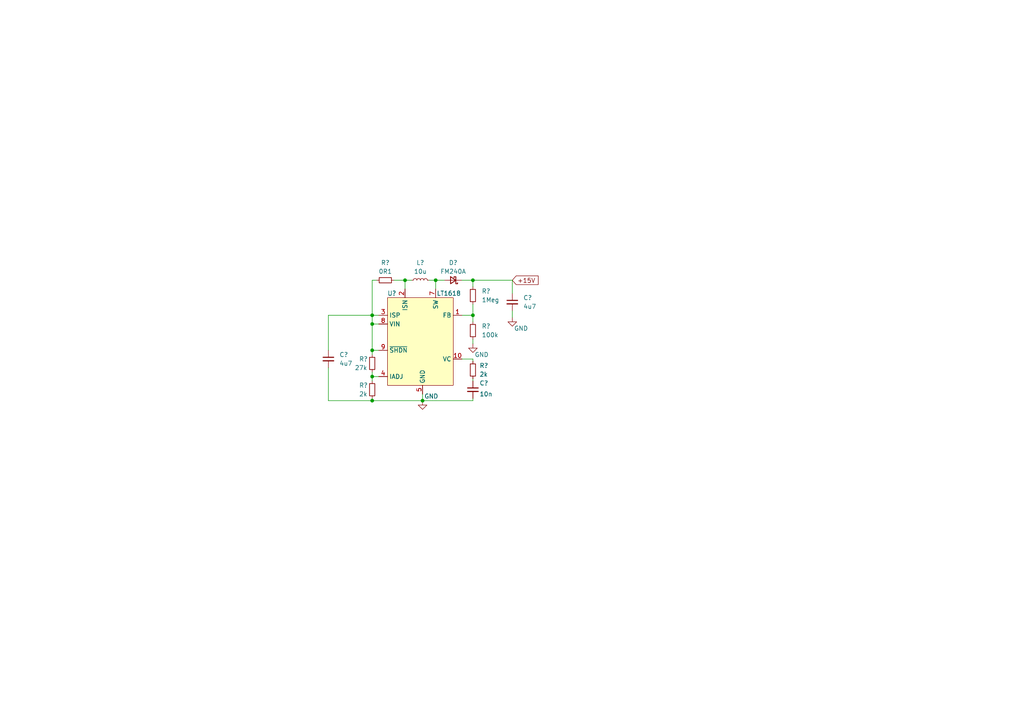
<source format=kicad_sch>
(kicad_sch (version 20211123) (generator eeschema)
  (paper "A4")
  (lib_symbols
    (symbol "Device:C_Small" (pin_numbers hide) (pin_names (offset 0.254) hide)
      (property "Reference" "C" (at 0.254 1.778 0))
      (property "Value" "C_Small" (at 0.254 -2.032 0))
      (symbol "C_Small_0_1"
        (polyline (pts (xy -1.524 -0.508) (xy 1.524 -0.508)) (stroke (width 0.3302)))
        (polyline (pts (xy -1.524 0.508) (xy 1.524 0.508)) (stroke (width 0.3048)))
      )
      (symbol "C_Small_1_1"
        (pin passive line (at 0 2.54 270) (length 2.032) (name "~") (number "1"))
        (pin passive line (at 0 -2.54 90) (length 2.032) (name "~") (number "2"))
      )
    )
    (symbol "Device:D_Schottky_Small" (pin_numbers hide) (pin_names (offset 0.254) hide)
      (property "Reference" "D" (at -1.27 2.032 0))
      (property "Value" "D_Schottky_Small" (at -7.112 -2.032 0))
      (symbol "D_Schottky_Small_0_1"
        (polyline (pts (xy -0.762 0) (xy 0.762 0)))
        (polyline (pts (xy 0.762 -1.016) (xy -0.762 0) (xy 0.762 1.016) (xy 0.762 -1.016)) (stroke (width 0.254)))
        (polyline (pts (xy -1.27 0.762) (xy -1.27 1.016) (xy -0.762 1.016) (xy -0.762 -1.016) (xy -0.254 -1.016) (xy -0.254 -0.762)) (stroke (width 0.254)))
      )
      (symbol "D_Schottky_Small_1_1"
        (pin passive line (at -2.54 0 0) (length 1.778) (name "K") (number "1"))
        (pin passive line (at 2.54 0 180) (length 1.778) (name "A") (number "2"))
      )
    )
    (symbol "Device:L_Small" (pin_numbers hide) (pin_names (offset 0.254) hide)
      (property "Reference" "L" (at 0.762 1.016 0))
      (property "Value" "L_Small" (at 0.762 -1.016 0))
      (symbol "L_Small_0_1"
        (arc (start 0 -2.032) (mid 0.508 -1.524) (end 0 -1.016))
        (arc (start 0 -1.016) (mid 0.508 -0.508) (end 0 0))
        (arc (start 0 0) (mid 0.508 0.508) (end 0 1.016))
        (arc (start 0 1.016) (mid 0.508 1.524) (end 0 2.032))
      )
      (symbol "L_Small_1_1"
        (pin passive line (at 0 2.54 270) (length 0.508) (name "~") (number "1"))
        (pin passive line (at 0 -2.54 90) (length 0.508) (name "~") (number "2"))
      )
    )
    (symbol "Device:R_Small" (pin_numbers hide) (pin_names (offset 0.254) hide)
      (property "Reference" "R" (at 0.762 0.508 0))
      (property "Value" "R_Small" (at 0.762 -1.016 0))
      (symbol "R_Small_0_1"
        (rectangle (start -0.762 1.778) (end 0.762 -1.778) (stroke (width 0.2032)))
      )
      (symbol "R_Small_1_1"
        (pin passive line (at 0 2.54 270) (length 0.762) (name "~") (number "1"))
        (pin passive line (at 0 -2.54 90) (length 0.762) (name "~") (number "2"))
      )
    )
    (symbol "LT1618:LT1618"
      (property "Reference" "U?" (at -7.62 1.27 0))
      (property "Value" "LT1618" (at 10.16 1.27 0))
      (symbol "LT1618_0_0"
        (pin passive line (at 13.97 -5.08 180) (length 2.54) (name "FB") (number "1"))
        (pin passive line (at 13.97 -17.78 180) (length 2.54) (name "VC") (number "10"))
        (pin passive line (at -2.54 2.54 270) (length 2.54) (name "ISN") (number "2"))
        (pin passive line (at -10.16 -5.08 0) (length 2.54) (name "ISP") (number "3"))
        (pin passive line (at -10.16 -22.86 0) (length 2.54) (name "IADJ") (number "4"))
        (pin passive line (at 2.54 -27.94 90) (length 2.54) (name "GND") (number "5"))
        (pin passive line (at 6.35 2.54 270) (length 2.54) (name "SW") (number "7"))
        (pin passive line (at -10.16 -7.62 0) (length 2.54) (name "VIN") (number "8"))
        (pin passive line (at -10.16 -15.24 0) (length 2.54) (name "~{SHDN}") (number "9"))
      )
      (symbol "LT1618_0_1"
        (rectangle (start -7.62 0) (end 11.43 -25.4) (fill (type background)))
      )
    )
    (symbol "power:GND" (power) (pin_names (offset 0))
      (property "Value" "GND" (at 0 -3.81 0))
      (symbol "GND_0_1"
        (polyline (pts (xy 0 0) (xy 0 -1.27) (xy 1.27 -1.27) (xy 0 -2.54) (xy -1.27 -1.27) (xy 0 -1.27)))
      )
      (symbol "GND_1_1"
        (pin power_in line (at 0 0 270) (length 0) hide (name "GND") (number "1"))
      )
    )
  )
  (junction (at 107.95 93.98))
  (junction (at 107.95 91.44))
  (junction (at 137.16 91.44))
  (junction (at 126.365 81.28))
  (junction (at 107.95 109.22))
  (junction (at 107.95 101.6))
  (junction (at 137.16 81.28))
  (junction (at 107.95 116.205))
  (junction (at 117.475 81.28))
  (junction (at 122.555 116.205))
  (wire (pts (xy 107.95 91.44) (xy 107.95 93.98)))
  (wire (pts (xy 107.95 91.44) (xy 109.855 91.44)))
  (wire (pts (xy 107.95 115.57) (xy 107.95 116.205)))
  (wire (pts (xy 137.16 104.14) (xy 137.16 104.775)))
  (wire (pts (xy 107.95 116.205) (xy 122.555 116.205)))
  (wire (pts (xy 126.365 81.28) (xy 128.905 81.28)))
  (wire (pts (xy 107.95 101.6) (xy 107.95 102.87)))
  (wire (pts (xy 133.985 81.28) (xy 137.16 81.28)))
  (wire (pts (xy 107.95 93.98) (xy 109.855 93.98)))
  (wire (pts (xy 107.95 107.95) (xy 107.95 109.22)))
  (wire (pts (xy 137.16 91.44) (xy 137.16 93.345)))
  (wire (pts (xy 95.25 116.205) (xy 107.95 116.205)))
  (wire (pts (xy 122.555 114.3) (xy 122.555 116.205)))
  (wire (pts (xy 122.555 116.205) (xy 137.16 116.205)))
  (wire (pts (xy 107.95 109.22) (xy 107.95 110.49)))
  (wire (pts (xy 107.95 101.6) (xy 109.855 101.6)))
  (wire (pts (xy 95.25 106.68) (xy 95.25 116.205)))
  (wire (pts (xy 137.16 110.49) (xy 137.16 109.855)))
  (wire (pts (xy 133.985 91.44) (xy 137.16 91.44)))
  (wire (pts (xy 133.985 104.14) (xy 137.16 104.14)))
  (wire (pts (xy 114.3 81.28) (xy 117.475 81.28)))
  (wire (pts (xy 107.95 81.28) (xy 109.22 81.28)))
  (wire (pts (xy 107.95 91.44) (xy 95.25 91.44)))
  (wire (pts (xy 137.16 99.695) (xy 137.16 98.425)))
  (wire (pts (xy 137.16 81.28) (xy 148.59 81.28)))
  (wire (pts (xy 137.16 81.28) (xy 137.16 83.185)))
  (wire (pts (xy 148.59 90.17) (xy 148.59 92.075)))
  (wire (pts (xy 137.16 88.265) (xy 137.16 91.44)))
  (wire (pts (xy 124.46 81.28) (xy 126.365 81.28)))
  (wire (pts (xy 95.25 91.44) (xy 95.25 101.6)))
  (wire (pts (xy 148.59 81.28) (xy 148.59 85.09)))
  (wire (pts (xy 137.16 116.205) (xy 137.16 115.57)))
  (wire (pts (xy 107.95 81.28) (xy 107.95 91.44)))
  (wire (pts (xy 126.365 81.28) (xy 126.365 83.82)))
  (wire (pts (xy 117.475 81.28) (xy 119.38 81.28)))
  (wire (pts (xy 107.95 93.98) (xy 107.95 101.6)))
  (wire (pts (xy 117.475 81.28) (xy 117.475 83.82)))
  (wire (pts (xy 107.95 109.22) (xy 109.855 109.22)))
  (global_label "+15V" (shape input) (at 148.59 81.28 0) (property "Intersheet References" "${INTERSHEET_REFS}" (effects hide)))
  (symbol (lib_id "Device:D_Schottky_Small") (at 131.445 81.28 180) (unit 1)
    (property "Reference" "D?" (at 131.445 76.2 0))
    (property "Value" "FM240A" (at 131.445 78.74 0))
  )
  (symbol (lib_id "LT1618:LT1618") (at 120.015 86.36 0) (unit 1)
    (property "Reference" "U?" (at 113.665 85.09 0))
    (property "Value" "LT1618" (at 130.175 85.09 0))
  )
  (symbol (lib_id "Device:R_Small") (at 107.95 113.03 0) (unit 1)
    (property "Reference" "R?" (at 104.14 111.76 0) (effects (justify left)))
    (property "Value" "2k" (at 104.14 114.3 0) (effects (justify left)))
  )
  (symbol (lib_id "Device:R_Small") (at 137.16 85.725 0) (unit 1)
    (property "Reference" "R?" (at 139.7 84.4549 0) (effects (justify left)))
    (property "Value" "1Meg" (at 139.7 86.9949 0) (effects (justify left)))
  )
  (symbol (lib_id "Device:L_Small") (at 121.92 81.28 90) (unit 1)
    (property "Reference" "L?" (at 121.92 76.2 90))
    (property "Value" "10u" (at 121.92 78.74 90))
  )
  (symbol (lib_id "Device:C_Small") (at 95.25 104.14 0) (unit 1)
    (property "Reference" "C?" (at 98.425 102.8762 0) (effects (justify left)))
    (property "Value" "4u7" (at 98.425 105.4162 0) (effects (justify left)))
  )
  (symbol (lib_id "Device:R_Small") (at 137.16 95.885 0) (unit 1)
    (property "Reference" "R?" (at 139.7 94.6149 0) (effects (justify left)))
    (property "Value" "100k" (at 139.7 97.1549 0) (effects (justify left)))
  )
  (symbol (lib_id "Device:R_Small") (at 111.76 81.28 90) (unit 1)
    (property "Reference" "R?" (at 111.76 76.2 90))
    (property "Value" "0R1" (at 111.76 78.74 90))
  )
  (symbol (lib_id "Device:C_Small") (at 148.59 87.63 0) (unit 1)
    (property "Reference" "C?" (at 151.765 86.3662 0) (effects (justify left)))
    (property "Value" "4u7" (at 151.765 88.9062 0) (effects (justify left)))
  )
  (symbol (lib_id "power:GND") (at 148.59 92.075 0) (unit 1)
    (property "Reference" "#PWR?" (effects hide))
    (property "Value" "GND" (at 151.13 95.25 0))
  )
  (symbol (lib_id "Device:R_Small") (at 137.16 107.315 0) (unit 1)
    (property "Reference" "R?" (at 139.065 106.0449 0) (effects (justify left)))
    (property "Value" "2k" (at 139.065 108.5849 0) (effects (justify left)))
  )
  (symbol (lib_id "power:GND") (at 137.16 99.695 0) (unit 1)
    (property "Reference" "#PWR?" (effects hide))
    (property "Value" "GND" (at 139.7 102.87 0))
  )
  (symbol (lib_id "Device:R_Small") (at 107.95 105.41 0) (unit 1)
    (property "Reference" "R?" (at 104.14 104.14 0) (effects (justify left)))
    (property "Value" "27k" (at 102.87 106.68 0) (effects (justify left)))
  )
  (symbol (lib_id "power:GND") (at 122.555 116.205 0) (unit 1)
    (property "Reference" "#PWR?" (effects hide))
    (property "Value" "GND" (at 125.095 114.935 0))
  )
  (symbol (lib_id "Device:C_Small") (at 137.16 113.03 0) (unit 1)
    (property "Reference" "C?" (at 139.065 111.125 0) (effects (justify left)))
    (property "Value" "10n" (at 139.065 114.3 0) (effects (justify left)))
  )
)
</source>
